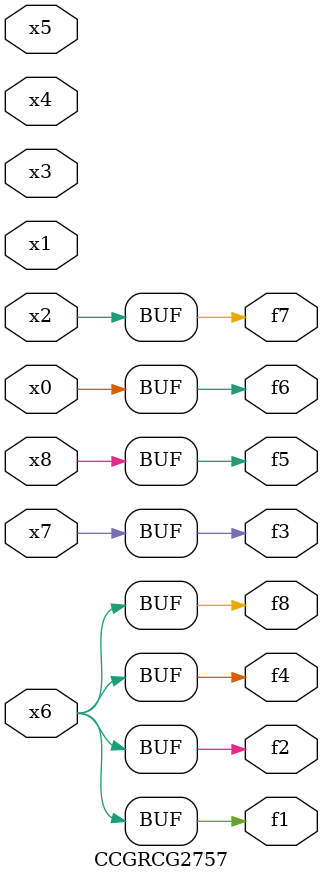
<source format=v>
module CCGRCG2757(
	input x0, x1, x2, x3, x4, x5, x6, x7, x8,
	output f1, f2, f3, f4, f5, f6, f7, f8
);
	assign f1 = x6;
	assign f2 = x6;
	assign f3 = x7;
	assign f4 = x6;
	assign f5 = x8;
	assign f6 = x0;
	assign f7 = x2;
	assign f8 = x6;
endmodule

</source>
